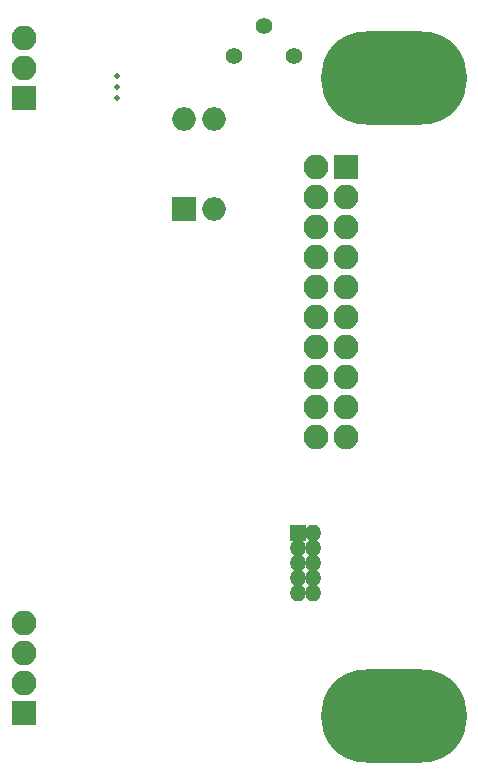
<source format=gbs>
G04 #@! TF.FileFunction,Soldermask,Bot*
%FSLAX46Y46*%
G04 Gerber Fmt 4.6, Leading zero omitted, Abs format (unit mm)*
G04 Created by KiCad (PCBNEW 4.0.7) date Saturday, June 23, 2018 'PMt' 03:12:16 PM*
%MOMM*%
%LPD*%
G01*
G04 APERTURE LIST*
%ADD10C,0.100000*%
%ADD11O,12.400000X7.900000*%
%ADD12R,2.100000X2.100000*%
%ADD13O,2.100000X2.100000*%
%ADD14C,1.400000*%
%ADD15C,0.480000*%
%ADD16R,1.400000X1.400000*%
%ADD17O,1.400000X1.400000*%
%ADD18R,2.000000X2.000000*%
%ADD19O,2.000000X2.000000*%
G04 APERTURE END LIST*
D10*
D11*
X265000000Y-114500000D03*
D12*
X261000000Y-68000000D03*
D13*
X258460000Y-68000000D03*
X261000000Y-70540000D03*
X258460000Y-70540000D03*
X261000000Y-73080000D03*
X258460000Y-73080000D03*
X261000000Y-75620000D03*
X258460000Y-75620000D03*
X261000000Y-78160000D03*
X258460000Y-78160000D03*
X261000000Y-80700000D03*
X258460000Y-80700000D03*
X261000000Y-83240000D03*
X258460000Y-83240000D03*
X261000000Y-85780000D03*
X258460000Y-85780000D03*
X261000000Y-88320000D03*
X258460000Y-88320000D03*
X261000000Y-90860000D03*
X258460000Y-90860000D03*
D12*
X233680000Y-62230000D03*
D13*
X233680000Y-59690000D03*
X233680000Y-57150000D03*
D14*
X254000000Y-56134000D03*
X251460000Y-58674000D03*
X256540000Y-58674000D03*
D15*
X241550000Y-61250000D03*
X241550000Y-62200000D03*
X241550000Y-60300000D03*
D16*
X256930000Y-99060000D03*
D17*
X258200000Y-99060000D03*
X256930000Y-100330000D03*
X258200000Y-100330000D03*
X256930000Y-101600000D03*
X258200000Y-101600000D03*
X256930000Y-102870000D03*
X258200000Y-102870000D03*
X256930000Y-104140000D03*
X258200000Y-104140000D03*
D12*
X233680000Y-114300000D03*
D13*
X233680000Y-111760000D03*
X233680000Y-109220000D03*
X233680000Y-106680000D03*
D11*
X265000000Y-60500000D03*
D18*
X247260000Y-71600000D03*
D19*
X249800000Y-63980000D03*
X249800000Y-71600000D03*
X247260000Y-63980000D03*
M02*

</source>
